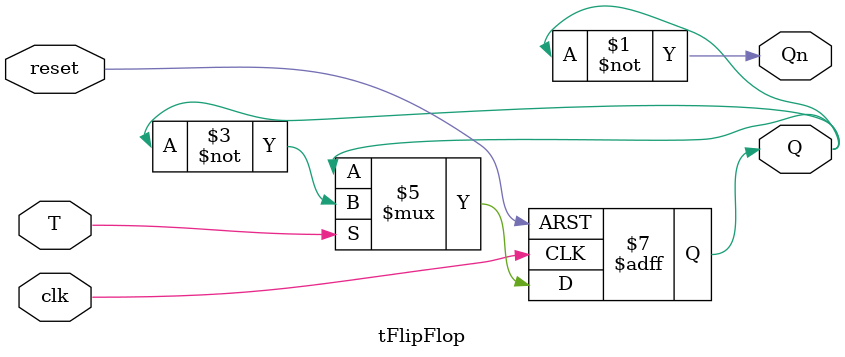
<source format=v>

/*
Bảng trạng thái T Flip-Flop
Clock (cạnh ↑)	    Reset	    T	    Q (hiện tại)	    Q (kế tiếp)	    Giải thích
↑	                1	        X	        X	                0	        Reset chủ động, Q luôn = 0
↑	                0	        0	        Q	                Q	        T = 0 → Giữ nguyên trạng thái
↑	                0	        1	        0	                1	        T = 1 → Q đổi trạng thái
↑	                0	        1	        1	                0	        T = 1 → Q đổi trạng thái
*/

`timescale 1ns/1ps   // Định nghĩa đơn vị thời gian mô phỏng

module tFlipFlop (
    input wire T,       // Ngõ vào T
    input wire clk,     // Ngõ vào clock
    input wire reset,   // Ngõ vào reset (mức cao, async)
    output reg Q,       // Ngõ ra Q
    output wire Qn      // Ngõ ra đảo Q
);

    // Qn là đảo của Q
    assign Qn = ~Q;

    // Flip-Flop T: tác động cạnh lên của clock hoặc reset
    always @(posedge clk or posedge reset) begin
        if (reset) 
            Q <= 1'b0;              // Reset Q = 0
        else if (T) 
            Q <= ~Q;                // Toggle Q nếu T = 1
        else 
            Q <= Q;                 // Giữ nguyên nếu T = 0
    end

endmodule

/*
C2: 
`timescale 1ns/1ps   // Định nghĩa đơn vị thời gian mô phỏng

module tFlipFlop (
    input wire T,       // Ngõ vào T
    input wire clk,     // Ngõ vào clock
    output reg Q,       // Ngõ ra Q
    output wire Qn      // Ngõ ra đảo Q
);

    initial begin
        Q = 1;
        Qn = 0;
    end

    always @ (posedge clk) begin
        Q = ~Q;
        Qn = !Qn;
    end

endmodule
*/
</source>
